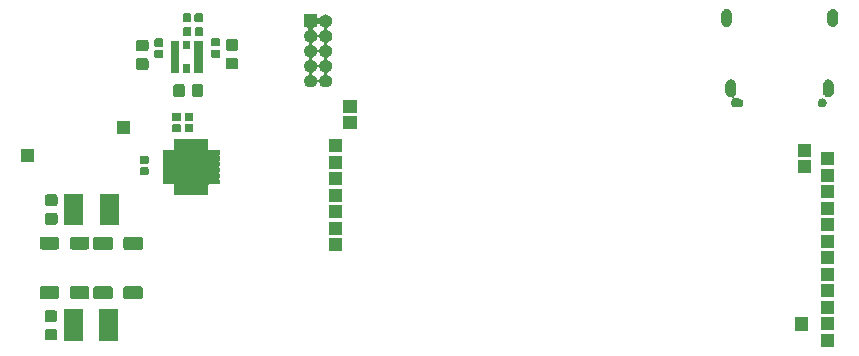
<source format=gbs>
G04 #@! TF.GenerationSoftware,KiCad,Pcbnew,5.1.2-f72e74a~84~ubuntu18.04.1*
G04 #@! TF.CreationDate,2019-06-03T11:10:06+01:00*
G04 #@! TF.ProjectId,HealthMonitor,4865616c-7468-44d6-9f6e-69746f722e6b,rev?*
G04 #@! TF.SameCoordinates,Original*
G04 #@! TF.FileFunction,Soldermask,Bot*
G04 #@! TF.FilePolarity,Negative*
%FSLAX46Y46*%
G04 Gerber Fmt 4.6, Leading zero omitted, Abs format (unit mm)*
G04 Created by KiCad (PCBNEW 5.1.2-f72e74a~84~ubuntu18.04.1) date 2019-06-03 11:10:06*
%MOMM*%
%LPD*%
G04 APERTURE LIST*
%ADD10C,0.100000*%
G04 APERTURE END LIST*
D10*
G36*
X169331000Y-129536000D02*
G01*
X168229000Y-129536000D01*
X168229000Y-128434000D01*
X169331000Y-128434000D01*
X169331000Y-129536000D01*
X169331000Y-129536000D01*
G37*
G36*
X108701000Y-129026000D02*
G01*
X107099000Y-129026000D01*
X107099000Y-126324000D01*
X108701000Y-126324000D01*
X108701000Y-129026000D01*
X108701000Y-129026000D01*
G37*
G36*
X105701000Y-129026000D02*
G01*
X104099000Y-129026000D01*
X104099000Y-126324000D01*
X105701000Y-126324000D01*
X105701000Y-129026000D01*
X105701000Y-129026000D01*
G37*
G36*
X103359591Y-128018085D02*
G01*
X103393569Y-128028393D01*
X103424890Y-128045134D01*
X103452339Y-128067661D01*
X103474866Y-128095110D01*
X103491607Y-128126431D01*
X103501915Y-128160409D01*
X103506000Y-128201890D01*
X103506000Y-128803110D01*
X103501915Y-128844591D01*
X103491607Y-128878569D01*
X103474866Y-128909890D01*
X103452339Y-128937339D01*
X103424890Y-128959866D01*
X103393569Y-128976607D01*
X103359591Y-128986915D01*
X103318110Y-128991000D01*
X102641890Y-128991000D01*
X102600409Y-128986915D01*
X102566431Y-128976607D01*
X102535110Y-128959866D01*
X102507661Y-128937339D01*
X102485134Y-128909890D01*
X102468393Y-128878569D01*
X102458085Y-128844591D01*
X102454000Y-128803110D01*
X102454000Y-128201890D01*
X102458085Y-128160409D01*
X102468393Y-128126431D01*
X102485134Y-128095110D01*
X102507661Y-128067661D01*
X102535110Y-128045134D01*
X102566431Y-128028393D01*
X102600409Y-128018085D01*
X102641890Y-128014000D01*
X103318110Y-128014000D01*
X103359591Y-128018085D01*
X103359591Y-128018085D01*
G37*
G36*
X167071000Y-128146000D02*
G01*
X165969000Y-128146000D01*
X165969000Y-127044000D01*
X167071000Y-127044000D01*
X167071000Y-128146000D01*
X167071000Y-128146000D01*
G37*
G36*
X169331000Y-128136000D02*
G01*
X168229000Y-128136000D01*
X168229000Y-127034000D01*
X169331000Y-127034000D01*
X169331000Y-128136000D01*
X169331000Y-128136000D01*
G37*
G36*
X103359591Y-126443085D02*
G01*
X103393569Y-126453393D01*
X103424890Y-126470134D01*
X103452339Y-126492661D01*
X103474866Y-126520110D01*
X103491607Y-126551431D01*
X103501915Y-126585409D01*
X103506000Y-126626890D01*
X103506000Y-127228110D01*
X103501915Y-127269591D01*
X103491607Y-127303569D01*
X103474866Y-127334890D01*
X103452339Y-127362339D01*
X103424890Y-127384866D01*
X103393569Y-127401607D01*
X103359591Y-127411915D01*
X103318110Y-127416000D01*
X102641890Y-127416000D01*
X102600409Y-127411915D01*
X102566431Y-127401607D01*
X102535110Y-127384866D01*
X102507661Y-127362339D01*
X102485134Y-127334890D01*
X102468393Y-127303569D01*
X102458085Y-127269591D01*
X102454000Y-127228110D01*
X102454000Y-126626890D01*
X102458085Y-126585409D01*
X102468393Y-126551431D01*
X102485134Y-126520110D01*
X102507661Y-126492661D01*
X102535110Y-126470134D01*
X102566431Y-126453393D01*
X102600409Y-126443085D01*
X102641890Y-126439000D01*
X103318110Y-126439000D01*
X103359591Y-126443085D01*
X103359591Y-126443085D01*
G37*
G36*
X169331000Y-126736000D02*
G01*
X168229000Y-126736000D01*
X168229000Y-125634000D01*
X169331000Y-125634000D01*
X169331000Y-126736000D01*
X169331000Y-126736000D01*
G37*
G36*
X108047059Y-124415447D02*
G01*
X108086909Y-124427535D01*
X108123624Y-124447160D01*
X108155811Y-124473575D01*
X108182226Y-124505762D01*
X108201851Y-124542477D01*
X108213939Y-124582327D01*
X108218625Y-124629902D01*
X108218625Y-125293620D01*
X108213939Y-125341195D01*
X108201851Y-125381045D01*
X108182226Y-125417760D01*
X108155811Y-125449947D01*
X108123624Y-125476362D01*
X108086909Y-125495987D01*
X108047059Y-125508075D01*
X107999484Y-125512761D01*
X106785766Y-125512761D01*
X106738191Y-125508075D01*
X106698341Y-125495987D01*
X106661626Y-125476362D01*
X106629439Y-125449947D01*
X106603024Y-125417760D01*
X106583399Y-125381045D01*
X106571311Y-125341195D01*
X106566625Y-125293620D01*
X106566625Y-124629902D01*
X106571311Y-124582327D01*
X106583399Y-124542477D01*
X106603024Y-124505762D01*
X106629439Y-124473575D01*
X106661626Y-124447160D01*
X106698341Y-124427535D01*
X106738191Y-124415447D01*
X106785766Y-124410761D01*
X107999484Y-124410761D01*
X108047059Y-124415447D01*
X108047059Y-124415447D01*
G37*
G36*
X110597059Y-124415447D02*
G01*
X110636909Y-124427535D01*
X110673624Y-124447160D01*
X110705811Y-124473575D01*
X110732226Y-124505762D01*
X110751851Y-124542477D01*
X110763939Y-124582327D01*
X110768625Y-124629902D01*
X110768625Y-125293620D01*
X110763939Y-125341195D01*
X110751851Y-125381045D01*
X110732226Y-125417760D01*
X110705811Y-125449947D01*
X110673624Y-125476362D01*
X110636909Y-125495987D01*
X110597059Y-125508075D01*
X110549484Y-125512761D01*
X109335766Y-125512761D01*
X109288191Y-125508075D01*
X109248341Y-125495987D01*
X109211626Y-125476362D01*
X109179439Y-125449947D01*
X109153024Y-125417760D01*
X109133399Y-125381045D01*
X109121311Y-125341195D01*
X109116625Y-125293620D01*
X109116625Y-124629902D01*
X109121311Y-124582327D01*
X109133399Y-124542477D01*
X109153024Y-124505762D01*
X109179439Y-124473575D01*
X109211626Y-124447160D01*
X109248341Y-124427535D01*
X109288191Y-124415447D01*
X109335766Y-124410761D01*
X110549484Y-124410761D01*
X110597059Y-124415447D01*
X110597059Y-124415447D01*
G37*
G36*
X106069434Y-124393686D02*
G01*
X106109284Y-124405774D01*
X106145999Y-124425399D01*
X106178186Y-124451814D01*
X106204601Y-124484001D01*
X106224226Y-124520716D01*
X106236314Y-124560566D01*
X106241000Y-124608141D01*
X106241000Y-125271859D01*
X106236314Y-125319434D01*
X106224226Y-125359284D01*
X106204601Y-125395999D01*
X106178186Y-125428186D01*
X106145999Y-125454601D01*
X106109284Y-125474226D01*
X106069434Y-125486314D01*
X106021859Y-125491000D01*
X104808141Y-125491000D01*
X104760566Y-125486314D01*
X104720716Y-125474226D01*
X104684001Y-125454601D01*
X104651814Y-125428186D01*
X104625399Y-125395999D01*
X104605774Y-125359284D01*
X104593686Y-125319434D01*
X104589000Y-125271859D01*
X104589000Y-124608141D01*
X104593686Y-124560566D01*
X104605774Y-124520716D01*
X104625399Y-124484001D01*
X104651814Y-124451814D01*
X104684001Y-124425399D01*
X104720716Y-124405774D01*
X104760566Y-124393686D01*
X104808141Y-124389000D01*
X106021859Y-124389000D01*
X106069434Y-124393686D01*
X106069434Y-124393686D01*
G37*
G36*
X103519434Y-124393686D02*
G01*
X103559284Y-124405774D01*
X103595999Y-124425399D01*
X103628186Y-124451814D01*
X103654601Y-124484001D01*
X103674226Y-124520716D01*
X103686314Y-124560566D01*
X103691000Y-124608141D01*
X103691000Y-125271859D01*
X103686314Y-125319434D01*
X103674226Y-125359284D01*
X103654601Y-125395999D01*
X103628186Y-125428186D01*
X103595999Y-125454601D01*
X103559284Y-125474226D01*
X103519434Y-125486314D01*
X103471859Y-125491000D01*
X102258141Y-125491000D01*
X102210566Y-125486314D01*
X102170716Y-125474226D01*
X102134001Y-125454601D01*
X102101814Y-125428186D01*
X102075399Y-125395999D01*
X102055774Y-125359284D01*
X102043686Y-125319434D01*
X102039000Y-125271859D01*
X102039000Y-124608141D01*
X102043686Y-124560566D01*
X102055774Y-124520716D01*
X102075399Y-124484001D01*
X102101814Y-124451814D01*
X102134001Y-124425399D01*
X102170716Y-124405774D01*
X102210566Y-124393686D01*
X102258141Y-124389000D01*
X103471859Y-124389000D01*
X103519434Y-124393686D01*
X103519434Y-124393686D01*
G37*
G36*
X169331000Y-125336000D02*
G01*
X168229000Y-125336000D01*
X168229000Y-124234000D01*
X169331000Y-124234000D01*
X169331000Y-125336000D01*
X169331000Y-125336000D01*
G37*
G36*
X169331000Y-123936000D02*
G01*
X168229000Y-123936000D01*
X168229000Y-122834000D01*
X169331000Y-122834000D01*
X169331000Y-123936000D01*
X169331000Y-123936000D01*
G37*
G36*
X169331000Y-122536000D02*
G01*
X168229000Y-122536000D01*
X168229000Y-121434000D01*
X169331000Y-121434000D01*
X169331000Y-122536000D01*
X169331000Y-122536000D01*
G37*
G36*
X127611000Y-121441000D02*
G01*
X126509000Y-121441000D01*
X126509000Y-120339000D01*
X127611000Y-120339000D01*
X127611000Y-121441000D01*
X127611000Y-121441000D01*
G37*
G36*
X108047059Y-120215447D02*
G01*
X108086909Y-120227535D01*
X108123624Y-120247160D01*
X108155811Y-120273575D01*
X108182226Y-120305762D01*
X108201851Y-120342477D01*
X108213939Y-120382327D01*
X108218625Y-120429902D01*
X108218625Y-121093620D01*
X108213939Y-121141195D01*
X108201851Y-121181045D01*
X108182226Y-121217760D01*
X108155811Y-121249947D01*
X108123624Y-121276362D01*
X108086909Y-121295987D01*
X108047059Y-121308075D01*
X107999484Y-121312761D01*
X106785766Y-121312761D01*
X106738191Y-121308075D01*
X106698341Y-121295987D01*
X106661626Y-121276362D01*
X106629439Y-121249947D01*
X106603024Y-121217760D01*
X106583399Y-121181045D01*
X106571311Y-121141195D01*
X106566625Y-121093620D01*
X106566625Y-120429902D01*
X106571311Y-120382327D01*
X106583399Y-120342477D01*
X106603024Y-120305762D01*
X106629439Y-120273575D01*
X106661626Y-120247160D01*
X106698341Y-120227535D01*
X106738191Y-120215447D01*
X106785766Y-120210761D01*
X107999484Y-120210761D01*
X108047059Y-120215447D01*
X108047059Y-120215447D01*
G37*
G36*
X110597059Y-120215447D02*
G01*
X110636909Y-120227535D01*
X110673624Y-120247160D01*
X110705811Y-120273575D01*
X110732226Y-120305762D01*
X110751851Y-120342477D01*
X110763939Y-120382327D01*
X110768625Y-120429902D01*
X110768625Y-121093620D01*
X110763939Y-121141195D01*
X110751851Y-121181045D01*
X110732226Y-121217760D01*
X110705811Y-121249947D01*
X110673624Y-121276362D01*
X110636909Y-121295987D01*
X110597059Y-121308075D01*
X110549484Y-121312761D01*
X109335766Y-121312761D01*
X109288191Y-121308075D01*
X109248341Y-121295987D01*
X109211626Y-121276362D01*
X109179439Y-121249947D01*
X109153024Y-121217760D01*
X109133399Y-121181045D01*
X109121311Y-121141195D01*
X109116625Y-121093620D01*
X109116625Y-120429902D01*
X109121311Y-120382327D01*
X109133399Y-120342477D01*
X109153024Y-120305762D01*
X109179439Y-120273575D01*
X109211626Y-120247160D01*
X109248341Y-120227535D01*
X109288191Y-120215447D01*
X109335766Y-120210761D01*
X110549484Y-120210761D01*
X110597059Y-120215447D01*
X110597059Y-120215447D01*
G37*
G36*
X106069434Y-120193686D02*
G01*
X106109284Y-120205774D01*
X106145999Y-120225399D01*
X106178186Y-120251814D01*
X106204601Y-120284001D01*
X106224226Y-120320716D01*
X106236314Y-120360566D01*
X106241000Y-120408141D01*
X106241000Y-121071859D01*
X106236314Y-121119434D01*
X106224226Y-121159284D01*
X106204601Y-121195999D01*
X106178186Y-121228186D01*
X106145999Y-121254601D01*
X106109284Y-121274226D01*
X106069434Y-121286314D01*
X106021859Y-121291000D01*
X104808141Y-121291000D01*
X104760566Y-121286314D01*
X104720716Y-121274226D01*
X104684001Y-121254601D01*
X104651814Y-121228186D01*
X104625399Y-121195999D01*
X104605774Y-121159284D01*
X104593686Y-121119434D01*
X104589000Y-121071859D01*
X104589000Y-120408141D01*
X104593686Y-120360566D01*
X104605774Y-120320716D01*
X104625399Y-120284001D01*
X104651814Y-120251814D01*
X104684001Y-120225399D01*
X104720716Y-120205774D01*
X104760566Y-120193686D01*
X104808141Y-120189000D01*
X106021859Y-120189000D01*
X106069434Y-120193686D01*
X106069434Y-120193686D01*
G37*
G36*
X103519434Y-120193686D02*
G01*
X103559284Y-120205774D01*
X103595999Y-120225399D01*
X103628186Y-120251814D01*
X103654601Y-120284001D01*
X103674226Y-120320716D01*
X103686314Y-120360566D01*
X103691000Y-120408141D01*
X103691000Y-121071859D01*
X103686314Y-121119434D01*
X103674226Y-121159284D01*
X103654601Y-121195999D01*
X103628186Y-121228186D01*
X103595999Y-121254601D01*
X103559284Y-121274226D01*
X103519434Y-121286314D01*
X103471859Y-121291000D01*
X102258141Y-121291000D01*
X102210566Y-121286314D01*
X102170716Y-121274226D01*
X102134001Y-121254601D01*
X102101814Y-121228186D01*
X102075399Y-121195999D01*
X102055774Y-121159284D01*
X102043686Y-121119434D01*
X102039000Y-121071859D01*
X102039000Y-120408141D01*
X102043686Y-120360566D01*
X102055774Y-120320716D01*
X102075399Y-120284001D01*
X102101814Y-120251814D01*
X102134001Y-120225399D01*
X102170716Y-120205774D01*
X102210566Y-120193686D01*
X102258141Y-120189000D01*
X103471859Y-120189000D01*
X103519434Y-120193686D01*
X103519434Y-120193686D01*
G37*
G36*
X169331000Y-121136000D02*
G01*
X168229000Y-121136000D01*
X168229000Y-120034000D01*
X169331000Y-120034000D01*
X169331000Y-121136000D01*
X169331000Y-121136000D01*
G37*
G36*
X127611000Y-120041000D02*
G01*
X126509000Y-120041000D01*
X126509000Y-118939000D01*
X127611000Y-118939000D01*
X127611000Y-120041000D01*
X127611000Y-120041000D01*
G37*
G36*
X169331000Y-119736000D02*
G01*
X168229000Y-119736000D01*
X168229000Y-118634000D01*
X169331000Y-118634000D01*
X169331000Y-119736000D01*
X169331000Y-119736000D01*
G37*
G36*
X105721000Y-119251000D02*
G01*
X104119000Y-119251000D01*
X104119000Y-116549000D01*
X105721000Y-116549000D01*
X105721000Y-119251000D01*
X105721000Y-119251000D01*
G37*
G36*
X108721000Y-119251000D02*
G01*
X107119000Y-119251000D01*
X107119000Y-116549000D01*
X108721000Y-116549000D01*
X108721000Y-119251000D01*
X108721000Y-119251000D01*
G37*
G36*
X103399591Y-118203085D02*
G01*
X103433569Y-118213393D01*
X103464890Y-118230134D01*
X103492339Y-118252661D01*
X103514866Y-118280110D01*
X103531607Y-118311431D01*
X103541915Y-118345409D01*
X103546000Y-118386890D01*
X103546000Y-118988110D01*
X103541915Y-119029591D01*
X103531607Y-119063569D01*
X103514866Y-119094890D01*
X103492339Y-119122339D01*
X103464890Y-119144866D01*
X103433569Y-119161607D01*
X103399591Y-119171915D01*
X103358110Y-119176000D01*
X102681890Y-119176000D01*
X102640409Y-119171915D01*
X102606431Y-119161607D01*
X102575110Y-119144866D01*
X102547661Y-119122339D01*
X102525134Y-119094890D01*
X102508393Y-119063569D01*
X102498085Y-119029591D01*
X102494000Y-118988110D01*
X102494000Y-118386890D01*
X102498085Y-118345409D01*
X102508393Y-118311431D01*
X102525134Y-118280110D01*
X102547661Y-118252661D01*
X102575110Y-118230134D01*
X102606431Y-118213393D01*
X102640409Y-118203085D01*
X102681890Y-118199000D01*
X103358110Y-118199000D01*
X103399591Y-118203085D01*
X103399591Y-118203085D01*
G37*
G36*
X127611000Y-118641000D02*
G01*
X126509000Y-118641000D01*
X126509000Y-117539000D01*
X127611000Y-117539000D01*
X127611000Y-118641000D01*
X127611000Y-118641000D01*
G37*
G36*
X169331000Y-118336000D02*
G01*
X168229000Y-118336000D01*
X168229000Y-117234000D01*
X169331000Y-117234000D01*
X169331000Y-118336000D01*
X169331000Y-118336000D01*
G37*
G36*
X103399591Y-116628085D02*
G01*
X103433569Y-116638393D01*
X103464890Y-116655134D01*
X103492339Y-116677661D01*
X103514866Y-116705110D01*
X103531607Y-116736431D01*
X103541915Y-116770409D01*
X103546000Y-116811890D01*
X103546000Y-117413110D01*
X103541915Y-117454591D01*
X103531607Y-117488569D01*
X103514866Y-117519890D01*
X103492339Y-117547339D01*
X103464890Y-117569866D01*
X103433569Y-117586607D01*
X103399591Y-117596915D01*
X103358110Y-117601000D01*
X102681890Y-117601000D01*
X102640409Y-117596915D01*
X102606431Y-117586607D01*
X102575110Y-117569866D01*
X102547661Y-117547339D01*
X102525134Y-117519890D01*
X102508393Y-117488569D01*
X102498085Y-117454591D01*
X102494000Y-117413110D01*
X102494000Y-116811890D01*
X102498085Y-116770409D01*
X102508393Y-116736431D01*
X102525134Y-116705110D01*
X102547661Y-116677661D01*
X102575110Y-116655134D01*
X102606431Y-116638393D01*
X102640409Y-116628085D01*
X102681890Y-116624000D01*
X103358110Y-116624000D01*
X103399591Y-116628085D01*
X103399591Y-116628085D01*
G37*
G36*
X127611000Y-117241000D02*
G01*
X126509000Y-117241000D01*
X126509000Y-116139000D01*
X127611000Y-116139000D01*
X127611000Y-117241000D01*
X127611000Y-117241000D01*
G37*
G36*
X169331000Y-116936000D02*
G01*
X168229000Y-116936000D01*
X168229000Y-115834000D01*
X169331000Y-115834000D01*
X169331000Y-116936000D01*
X169331000Y-116936000D01*
G37*
G36*
X113780356Y-111914002D02*
G01*
X113785030Y-111915420D01*
X113789331Y-111917719D01*
X113795703Y-111922948D01*
X113816077Y-111936562D01*
X113838716Y-111945939D01*
X113862750Y-111950719D01*
X113887254Y-111950719D01*
X113911287Y-111945938D01*
X113933926Y-111936561D01*
X113954299Y-111922948D01*
X113960671Y-111917719D01*
X113964972Y-111915420D01*
X113969646Y-111914002D01*
X113980642Y-111912919D01*
X114269360Y-111912919D01*
X114280356Y-111914002D01*
X114285030Y-111915420D01*
X114289331Y-111917719D01*
X114295703Y-111922948D01*
X114316077Y-111936562D01*
X114338716Y-111945939D01*
X114362750Y-111950719D01*
X114387254Y-111950719D01*
X114411287Y-111945938D01*
X114433926Y-111936561D01*
X114454299Y-111922948D01*
X114460671Y-111917719D01*
X114464972Y-111915420D01*
X114469646Y-111914002D01*
X114480642Y-111912919D01*
X114769360Y-111912919D01*
X114780356Y-111914002D01*
X114785030Y-111915420D01*
X114789331Y-111917719D01*
X114795703Y-111922948D01*
X114816077Y-111936562D01*
X114838716Y-111945939D01*
X114862750Y-111950719D01*
X114887254Y-111950719D01*
X114911287Y-111945938D01*
X114933926Y-111936561D01*
X114954299Y-111922948D01*
X114960671Y-111917719D01*
X114964972Y-111915420D01*
X114969646Y-111914002D01*
X114980642Y-111912919D01*
X115269360Y-111912919D01*
X115280356Y-111914002D01*
X115285030Y-111915420D01*
X115289331Y-111917719D01*
X115295703Y-111922948D01*
X115316077Y-111936562D01*
X115338716Y-111945939D01*
X115362750Y-111950719D01*
X115387254Y-111950719D01*
X115411287Y-111945938D01*
X115433926Y-111936561D01*
X115454299Y-111922948D01*
X115460671Y-111917719D01*
X115464972Y-111915420D01*
X115469646Y-111914002D01*
X115480642Y-111912919D01*
X115769360Y-111912919D01*
X115780356Y-111914002D01*
X115785030Y-111915420D01*
X115789331Y-111917719D01*
X115795703Y-111922948D01*
X115816077Y-111936562D01*
X115838716Y-111945939D01*
X115862750Y-111950719D01*
X115887254Y-111950719D01*
X115911287Y-111945938D01*
X115933926Y-111936561D01*
X115954299Y-111922948D01*
X115960671Y-111917719D01*
X115964972Y-111915420D01*
X115969646Y-111914002D01*
X115980642Y-111912919D01*
X116269360Y-111912919D01*
X116280356Y-111914002D01*
X116285030Y-111915420D01*
X116289332Y-111917719D01*
X116293105Y-111920815D01*
X116296201Y-111924588D01*
X116298500Y-111928890D01*
X116299918Y-111933564D01*
X116301001Y-111944560D01*
X116301001Y-112762920D01*
X116303403Y-112787306D01*
X116310516Y-112810755D01*
X116322067Y-112832366D01*
X116337612Y-112851308D01*
X116356554Y-112866853D01*
X116378165Y-112878404D01*
X116401614Y-112885517D01*
X116426000Y-112887919D01*
X117244360Y-112887919D01*
X117255356Y-112889002D01*
X117260030Y-112890420D01*
X117264332Y-112892719D01*
X117268105Y-112895815D01*
X117271201Y-112899588D01*
X117273500Y-112903890D01*
X117274918Y-112908564D01*
X117276001Y-112919560D01*
X117276001Y-113208278D01*
X117274918Y-113219274D01*
X117273500Y-113223948D01*
X117271201Y-113228249D01*
X117265972Y-113234621D01*
X117252358Y-113254995D01*
X117242981Y-113277634D01*
X117238201Y-113301668D01*
X117238201Y-113326172D01*
X117242982Y-113350205D01*
X117252359Y-113372844D01*
X117265972Y-113393217D01*
X117271201Y-113399589D01*
X117273500Y-113403890D01*
X117274918Y-113408564D01*
X117276001Y-113419560D01*
X117276001Y-113708278D01*
X117274918Y-113719274D01*
X117273500Y-113723948D01*
X117271201Y-113728249D01*
X117265972Y-113734621D01*
X117252358Y-113754995D01*
X117242981Y-113777634D01*
X117238201Y-113801668D01*
X117238201Y-113826172D01*
X117242982Y-113850205D01*
X117252359Y-113872844D01*
X117265972Y-113893217D01*
X117271201Y-113899589D01*
X117273500Y-113903890D01*
X117274918Y-113908564D01*
X117276001Y-113919560D01*
X117276001Y-114208278D01*
X117274918Y-114219274D01*
X117273500Y-114223948D01*
X117271201Y-114228249D01*
X117265972Y-114234621D01*
X117252358Y-114254995D01*
X117242981Y-114277634D01*
X117238201Y-114301668D01*
X117238201Y-114326172D01*
X117242982Y-114350205D01*
X117252359Y-114372844D01*
X117265972Y-114393217D01*
X117271201Y-114399589D01*
X117273500Y-114403890D01*
X117274918Y-114408564D01*
X117276001Y-114419560D01*
X117276001Y-114708278D01*
X117274918Y-114719274D01*
X117273500Y-114723948D01*
X117271201Y-114728249D01*
X117265972Y-114734621D01*
X117252358Y-114754995D01*
X117242981Y-114777634D01*
X117238201Y-114801668D01*
X117238201Y-114826172D01*
X117242982Y-114850205D01*
X117252359Y-114872844D01*
X117265972Y-114893217D01*
X117271201Y-114899589D01*
X117273500Y-114903890D01*
X117274918Y-114908564D01*
X117276001Y-114919560D01*
X117276001Y-115208278D01*
X117274918Y-115219274D01*
X117273500Y-115223948D01*
X117271201Y-115228249D01*
X117265972Y-115234621D01*
X117252358Y-115254995D01*
X117242981Y-115277634D01*
X117238201Y-115301668D01*
X117238201Y-115326172D01*
X117242982Y-115350205D01*
X117252359Y-115372844D01*
X117265972Y-115393217D01*
X117271201Y-115399589D01*
X117273500Y-115403890D01*
X117274918Y-115408564D01*
X117276001Y-115419560D01*
X117276001Y-115708278D01*
X117274918Y-115719274D01*
X117273500Y-115723948D01*
X117271201Y-115728250D01*
X117268105Y-115732023D01*
X117264332Y-115735119D01*
X117260030Y-115737418D01*
X117255356Y-115738836D01*
X117244360Y-115739919D01*
X116426000Y-115739919D01*
X116401614Y-115742321D01*
X116378165Y-115749434D01*
X116356554Y-115760985D01*
X116337612Y-115776530D01*
X116322067Y-115795472D01*
X116310516Y-115817083D01*
X116303403Y-115840532D01*
X116301001Y-115864918D01*
X116301001Y-116683278D01*
X116299918Y-116694274D01*
X116298500Y-116698948D01*
X116296201Y-116703250D01*
X116293105Y-116707023D01*
X116289332Y-116710119D01*
X116285030Y-116712418D01*
X116280356Y-116713836D01*
X116269360Y-116714919D01*
X115980642Y-116714919D01*
X115969646Y-116713836D01*
X115964972Y-116712418D01*
X115960671Y-116710119D01*
X115954299Y-116704890D01*
X115933925Y-116691276D01*
X115911286Y-116681899D01*
X115887252Y-116677119D01*
X115862748Y-116677119D01*
X115838715Y-116681900D01*
X115816076Y-116691277D01*
X115795703Y-116704890D01*
X115789331Y-116710119D01*
X115785030Y-116712418D01*
X115780356Y-116713836D01*
X115769360Y-116714919D01*
X115480642Y-116714919D01*
X115469646Y-116713836D01*
X115464972Y-116712418D01*
X115460671Y-116710119D01*
X115454299Y-116704890D01*
X115433925Y-116691276D01*
X115411286Y-116681899D01*
X115387252Y-116677119D01*
X115362748Y-116677119D01*
X115338715Y-116681900D01*
X115316076Y-116691277D01*
X115295703Y-116704890D01*
X115289331Y-116710119D01*
X115285030Y-116712418D01*
X115280356Y-116713836D01*
X115269360Y-116714919D01*
X114980642Y-116714919D01*
X114969646Y-116713836D01*
X114964972Y-116712418D01*
X114960671Y-116710119D01*
X114954299Y-116704890D01*
X114933925Y-116691276D01*
X114911286Y-116681899D01*
X114887252Y-116677119D01*
X114862748Y-116677119D01*
X114838715Y-116681900D01*
X114816076Y-116691277D01*
X114795703Y-116704890D01*
X114789331Y-116710119D01*
X114785030Y-116712418D01*
X114780356Y-116713836D01*
X114769360Y-116714919D01*
X114480642Y-116714919D01*
X114469646Y-116713836D01*
X114464972Y-116712418D01*
X114460671Y-116710119D01*
X114454299Y-116704890D01*
X114433925Y-116691276D01*
X114411286Y-116681899D01*
X114387252Y-116677119D01*
X114362748Y-116677119D01*
X114338715Y-116681900D01*
X114316076Y-116691277D01*
X114295703Y-116704890D01*
X114289331Y-116710119D01*
X114285030Y-116712418D01*
X114280356Y-116713836D01*
X114269360Y-116714919D01*
X113980642Y-116714919D01*
X113969646Y-116713836D01*
X113964972Y-116712418D01*
X113960671Y-116710119D01*
X113954299Y-116704890D01*
X113933925Y-116691276D01*
X113911286Y-116681899D01*
X113887252Y-116677119D01*
X113862748Y-116677119D01*
X113838715Y-116681900D01*
X113816076Y-116691277D01*
X113795703Y-116704890D01*
X113789331Y-116710119D01*
X113785030Y-116712418D01*
X113780356Y-116713836D01*
X113769360Y-116714919D01*
X113480642Y-116714919D01*
X113469646Y-116713836D01*
X113464972Y-116712418D01*
X113460670Y-116710119D01*
X113456897Y-116707023D01*
X113453801Y-116703250D01*
X113451502Y-116698948D01*
X113450084Y-116694274D01*
X113449001Y-116683278D01*
X113449001Y-115864918D01*
X113446599Y-115840532D01*
X113439486Y-115817083D01*
X113427935Y-115795472D01*
X113412390Y-115776530D01*
X113393448Y-115760985D01*
X113371837Y-115749434D01*
X113348388Y-115742321D01*
X113324002Y-115739919D01*
X112505642Y-115739919D01*
X112494646Y-115738836D01*
X112489972Y-115737418D01*
X112485670Y-115735119D01*
X112481897Y-115732023D01*
X112478801Y-115728250D01*
X112476502Y-115723948D01*
X112475084Y-115719274D01*
X112474001Y-115708278D01*
X112474001Y-115419560D01*
X112475084Y-115408564D01*
X112476502Y-115403890D01*
X112478801Y-115399589D01*
X112484030Y-115393217D01*
X112497644Y-115372843D01*
X112507021Y-115350204D01*
X112511801Y-115326170D01*
X112511801Y-115301666D01*
X112507020Y-115277633D01*
X112497643Y-115254994D01*
X112484030Y-115234621D01*
X112478801Y-115228249D01*
X112476502Y-115223948D01*
X112475084Y-115219274D01*
X112474001Y-115208278D01*
X112474001Y-114919560D01*
X112475084Y-114908564D01*
X112476502Y-114903890D01*
X112478801Y-114899589D01*
X112484030Y-114893217D01*
X112497644Y-114872843D01*
X112507021Y-114850204D01*
X112511801Y-114826170D01*
X112511801Y-114801666D01*
X112507020Y-114777633D01*
X112497643Y-114754994D01*
X112484030Y-114734621D01*
X112478801Y-114728249D01*
X112476502Y-114723948D01*
X112475084Y-114719274D01*
X112474001Y-114708278D01*
X112474001Y-114419560D01*
X112475084Y-114408564D01*
X112476502Y-114403890D01*
X112478801Y-114399589D01*
X112484030Y-114393217D01*
X112497644Y-114372843D01*
X112507021Y-114350204D01*
X112511801Y-114326170D01*
X112511801Y-114301666D01*
X112507020Y-114277633D01*
X112497643Y-114254994D01*
X112484030Y-114234621D01*
X112478801Y-114228249D01*
X112476502Y-114223948D01*
X112475084Y-114219274D01*
X112474001Y-114208278D01*
X112474001Y-113919560D01*
X112475084Y-113908564D01*
X112476502Y-113903890D01*
X112478801Y-113899589D01*
X112484030Y-113893217D01*
X112497644Y-113872843D01*
X112507021Y-113850204D01*
X112511801Y-113826170D01*
X112511801Y-113801666D01*
X112507020Y-113777633D01*
X112497643Y-113754994D01*
X112484030Y-113734621D01*
X112478801Y-113728249D01*
X112476502Y-113723948D01*
X112475084Y-113719274D01*
X112474001Y-113708278D01*
X112474001Y-113419560D01*
X112475084Y-113408564D01*
X112476502Y-113403890D01*
X112478801Y-113399589D01*
X112484030Y-113393217D01*
X112497644Y-113372843D01*
X112507021Y-113350204D01*
X112511801Y-113326170D01*
X112511801Y-113301666D01*
X112507020Y-113277633D01*
X112497643Y-113254994D01*
X112484030Y-113234621D01*
X112478801Y-113228249D01*
X112476502Y-113223948D01*
X112475084Y-113219274D01*
X112474001Y-113208278D01*
X112474001Y-112919560D01*
X112475084Y-112908564D01*
X112476502Y-112903890D01*
X112478801Y-112899588D01*
X112481897Y-112895815D01*
X112485670Y-112892719D01*
X112489972Y-112890420D01*
X112494646Y-112889002D01*
X112505642Y-112887919D01*
X113324002Y-112887919D01*
X113348388Y-112885517D01*
X113371837Y-112878404D01*
X113393448Y-112866853D01*
X113412390Y-112851308D01*
X113427935Y-112832366D01*
X113439486Y-112810755D01*
X113446599Y-112787306D01*
X113449001Y-112762920D01*
X113449001Y-111944560D01*
X113450084Y-111933564D01*
X113451502Y-111928890D01*
X113453801Y-111924588D01*
X113456897Y-111920815D01*
X113460670Y-111917719D01*
X113464972Y-111915420D01*
X113469646Y-111914002D01*
X113480642Y-111912919D01*
X113769360Y-111912919D01*
X113780356Y-111914002D01*
X113780356Y-111914002D01*
G37*
G36*
X127611000Y-115841000D02*
G01*
X126509000Y-115841000D01*
X126509000Y-114739000D01*
X127611000Y-114739000D01*
X127611000Y-115841000D01*
X127611000Y-115841000D01*
G37*
G36*
X169331000Y-115536000D02*
G01*
X168229000Y-115536000D01*
X168229000Y-114434000D01*
X169331000Y-114434000D01*
X169331000Y-115536000D01*
X169331000Y-115536000D01*
G37*
G36*
X111161938Y-114331716D02*
G01*
X111182557Y-114337971D01*
X111201553Y-114348124D01*
X111218208Y-114361792D01*
X111231876Y-114378447D01*
X111242029Y-114397443D01*
X111248284Y-114418062D01*
X111251000Y-114445640D01*
X111251000Y-114904360D01*
X111248284Y-114931938D01*
X111242029Y-114952557D01*
X111231876Y-114971553D01*
X111218208Y-114988208D01*
X111201553Y-115001876D01*
X111182557Y-115012029D01*
X111161938Y-115018284D01*
X111134360Y-115021000D01*
X110625640Y-115021000D01*
X110598062Y-115018284D01*
X110577443Y-115012029D01*
X110558447Y-115001876D01*
X110541792Y-114988208D01*
X110528124Y-114971553D01*
X110517971Y-114952557D01*
X110511716Y-114931938D01*
X110509000Y-114904360D01*
X110509000Y-114445640D01*
X110511716Y-114418062D01*
X110517971Y-114397443D01*
X110528124Y-114378447D01*
X110541792Y-114361792D01*
X110558447Y-114348124D01*
X110577443Y-114337971D01*
X110598062Y-114331716D01*
X110625640Y-114329000D01*
X111134360Y-114329000D01*
X111161938Y-114331716D01*
X111161938Y-114331716D01*
G37*
G36*
X167381000Y-114836000D02*
G01*
X166279000Y-114836000D01*
X166279000Y-113734000D01*
X167381000Y-113734000D01*
X167381000Y-114836000D01*
X167381000Y-114836000D01*
G37*
G36*
X127611000Y-114441000D02*
G01*
X126509000Y-114441000D01*
X126509000Y-113339000D01*
X127611000Y-113339000D01*
X127611000Y-114441000D01*
X127611000Y-114441000D01*
G37*
G36*
X169331000Y-114136000D02*
G01*
X168229000Y-114136000D01*
X168229000Y-113034000D01*
X169331000Y-113034000D01*
X169331000Y-114136000D01*
X169331000Y-114136000D01*
G37*
G36*
X111161938Y-113361716D02*
G01*
X111182557Y-113367971D01*
X111201553Y-113378124D01*
X111218208Y-113391792D01*
X111231876Y-113408447D01*
X111242029Y-113427443D01*
X111248284Y-113448062D01*
X111251000Y-113475640D01*
X111251000Y-113934360D01*
X111248284Y-113961938D01*
X111242029Y-113982557D01*
X111231876Y-114001553D01*
X111218208Y-114018208D01*
X111201553Y-114031876D01*
X111182557Y-114042029D01*
X111161938Y-114048284D01*
X111134360Y-114051000D01*
X110625640Y-114051000D01*
X110598062Y-114048284D01*
X110577443Y-114042029D01*
X110558447Y-114031876D01*
X110541792Y-114018208D01*
X110528124Y-114001553D01*
X110517971Y-113982557D01*
X110511716Y-113961938D01*
X110509000Y-113934360D01*
X110509000Y-113475640D01*
X110511716Y-113448062D01*
X110517971Y-113427443D01*
X110528124Y-113408447D01*
X110541792Y-113391792D01*
X110558447Y-113378124D01*
X110577443Y-113367971D01*
X110598062Y-113361716D01*
X110625640Y-113359000D01*
X111134360Y-113359000D01*
X111161938Y-113361716D01*
X111161938Y-113361716D01*
G37*
G36*
X101561000Y-113861000D02*
G01*
X100459000Y-113861000D01*
X100459000Y-112759000D01*
X101561000Y-112759000D01*
X101561000Y-113861000D01*
X101561000Y-113861000D01*
G37*
G36*
X167381000Y-113436000D02*
G01*
X166279000Y-113436000D01*
X166279000Y-112334000D01*
X167381000Y-112334000D01*
X167381000Y-113436000D01*
X167381000Y-113436000D01*
G37*
G36*
X127611000Y-113041000D02*
G01*
X126509000Y-113041000D01*
X126509000Y-111939000D01*
X127611000Y-111939000D01*
X127611000Y-113041000D01*
X127611000Y-113041000D01*
G37*
G36*
X109651000Y-111481000D02*
G01*
X108549000Y-111481000D01*
X108549000Y-110379000D01*
X109651000Y-110379000D01*
X109651000Y-111481000D01*
X109651000Y-111481000D01*
G37*
G36*
X114961938Y-110690636D02*
G01*
X114982557Y-110696891D01*
X115001553Y-110707044D01*
X115018208Y-110720712D01*
X115031876Y-110737367D01*
X115042029Y-110756363D01*
X115048284Y-110776982D01*
X115051000Y-110804560D01*
X115051000Y-111263280D01*
X115048284Y-111290858D01*
X115042029Y-111311477D01*
X115031876Y-111330473D01*
X115018208Y-111347128D01*
X115001553Y-111360796D01*
X114982557Y-111370949D01*
X114961938Y-111377204D01*
X114934360Y-111379920D01*
X114425640Y-111379920D01*
X114398062Y-111377204D01*
X114377443Y-111370949D01*
X114358447Y-111360796D01*
X114341792Y-111347128D01*
X114328124Y-111330473D01*
X114317971Y-111311477D01*
X114311716Y-111290858D01*
X114309000Y-111263280D01*
X114309000Y-110804560D01*
X114311716Y-110776982D01*
X114317971Y-110756363D01*
X114328124Y-110737367D01*
X114341792Y-110720712D01*
X114358447Y-110707044D01*
X114377443Y-110696891D01*
X114398062Y-110690636D01*
X114425640Y-110687920D01*
X114934360Y-110687920D01*
X114961938Y-110690636D01*
X114961938Y-110690636D01*
G37*
G36*
X113911938Y-110690636D02*
G01*
X113932557Y-110696891D01*
X113951553Y-110707044D01*
X113968208Y-110720712D01*
X113981876Y-110737367D01*
X113992029Y-110756363D01*
X113998284Y-110776982D01*
X114001000Y-110804560D01*
X114001000Y-111263280D01*
X113998284Y-111290858D01*
X113992029Y-111311477D01*
X113981876Y-111330473D01*
X113968208Y-111347128D01*
X113951553Y-111360796D01*
X113932557Y-111370949D01*
X113911938Y-111377204D01*
X113884360Y-111379920D01*
X113375640Y-111379920D01*
X113348062Y-111377204D01*
X113327443Y-111370949D01*
X113308447Y-111360796D01*
X113291792Y-111347128D01*
X113278124Y-111330473D01*
X113267971Y-111311477D01*
X113261716Y-111290858D01*
X113259000Y-111263280D01*
X113259000Y-110804560D01*
X113261716Y-110776982D01*
X113267971Y-110756363D01*
X113278124Y-110737367D01*
X113291792Y-110720712D01*
X113308447Y-110707044D01*
X113327443Y-110696891D01*
X113348062Y-110690636D01*
X113375640Y-110687920D01*
X113884360Y-110687920D01*
X113911938Y-110690636D01*
X113911938Y-110690636D01*
G37*
G36*
X128861000Y-111101000D02*
G01*
X127759000Y-111101000D01*
X127759000Y-109999000D01*
X128861000Y-109999000D01*
X128861000Y-111101000D01*
X128861000Y-111101000D01*
G37*
G36*
X114961938Y-109720636D02*
G01*
X114982557Y-109726891D01*
X115001553Y-109737044D01*
X115018208Y-109750712D01*
X115031876Y-109767367D01*
X115042029Y-109786363D01*
X115048284Y-109806982D01*
X115051000Y-109834560D01*
X115051000Y-110293280D01*
X115048284Y-110320858D01*
X115042029Y-110341477D01*
X115031876Y-110360473D01*
X115018208Y-110377128D01*
X115001553Y-110390796D01*
X114982557Y-110400949D01*
X114961938Y-110407204D01*
X114934360Y-110409920D01*
X114425640Y-110409920D01*
X114398062Y-110407204D01*
X114377443Y-110400949D01*
X114358447Y-110390796D01*
X114341792Y-110377128D01*
X114328124Y-110360473D01*
X114317971Y-110341477D01*
X114311716Y-110320858D01*
X114309000Y-110293280D01*
X114309000Y-109834560D01*
X114311716Y-109806982D01*
X114317971Y-109786363D01*
X114328124Y-109767367D01*
X114341792Y-109750712D01*
X114358447Y-109737044D01*
X114377443Y-109726891D01*
X114398062Y-109720636D01*
X114425640Y-109717920D01*
X114934360Y-109717920D01*
X114961938Y-109720636D01*
X114961938Y-109720636D01*
G37*
G36*
X113911938Y-109720636D02*
G01*
X113932557Y-109726891D01*
X113951553Y-109737044D01*
X113968208Y-109750712D01*
X113981876Y-109767367D01*
X113992029Y-109786363D01*
X113998284Y-109806982D01*
X114001000Y-109834560D01*
X114001000Y-110293280D01*
X113998284Y-110320858D01*
X113992029Y-110341477D01*
X113981876Y-110360473D01*
X113968208Y-110377128D01*
X113951553Y-110390796D01*
X113932557Y-110400949D01*
X113911938Y-110407204D01*
X113884360Y-110409920D01*
X113375640Y-110409920D01*
X113348062Y-110407204D01*
X113327443Y-110400949D01*
X113308447Y-110390796D01*
X113291792Y-110377128D01*
X113278124Y-110360473D01*
X113267971Y-110341477D01*
X113261716Y-110320858D01*
X113259000Y-110293280D01*
X113259000Y-109834560D01*
X113261716Y-109806982D01*
X113267971Y-109786363D01*
X113278124Y-109767367D01*
X113291792Y-109750712D01*
X113308447Y-109737044D01*
X113327443Y-109726891D01*
X113348062Y-109720636D01*
X113375640Y-109717920D01*
X113884360Y-109717920D01*
X113911938Y-109720636D01*
X113911938Y-109720636D01*
G37*
G36*
X128861000Y-109701000D02*
G01*
X127759000Y-109701000D01*
X127759000Y-108599000D01*
X128861000Y-108599000D01*
X128861000Y-109701000D01*
X128861000Y-109701000D01*
G37*
G36*
X160638410Y-106880525D02*
G01*
X160723426Y-106906314D01*
X160801775Y-106948193D01*
X160870449Y-107004551D01*
X160926807Y-107073225D01*
X160968686Y-107151574D01*
X160994475Y-107236590D01*
X161001000Y-107302842D01*
X161001000Y-107947158D01*
X160994475Y-108013410D01*
X160968686Y-108098426D01*
X160926807Y-108176775D01*
X160870449Y-108245448D01*
X160831546Y-108277374D01*
X160814219Y-108294701D01*
X160800605Y-108315075D01*
X160791227Y-108337714D01*
X160786446Y-108361747D01*
X160786446Y-108386251D01*
X160791226Y-108410285D01*
X160800603Y-108432924D01*
X160814216Y-108453298D01*
X160831543Y-108470625D01*
X160851917Y-108484239D01*
X160874556Y-108493617D01*
X160898589Y-108498398D01*
X160910843Y-108499000D01*
X161248472Y-108499000D01*
X161303710Y-108504440D01*
X161374585Y-108525940D01*
X161439904Y-108560854D01*
X161497159Y-108607841D01*
X161544146Y-108665096D01*
X161579060Y-108730415D01*
X161600560Y-108801290D01*
X161607819Y-108875000D01*
X161600560Y-108948710D01*
X161579060Y-109019585D01*
X161544146Y-109084904D01*
X161497159Y-109142159D01*
X161439904Y-109189146D01*
X161374585Y-109224060D01*
X161303710Y-109245560D01*
X161248472Y-109251000D01*
X160911528Y-109251000D01*
X160856290Y-109245560D01*
X160785415Y-109224060D01*
X160720096Y-109189146D01*
X160662841Y-109142159D01*
X160615854Y-109084904D01*
X160580940Y-109019585D01*
X160559440Y-108948710D01*
X160552181Y-108875000D01*
X160559440Y-108801290D01*
X160580940Y-108730415D01*
X160615854Y-108665096D01*
X160662841Y-108607842D01*
X160677703Y-108595645D01*
X160695030Y-108578318D01*
X160708644Y-108557944D01*
X160718021Y-108535305D01*
X160722802Y-108511272D01*
X160722802Y-108486768D01*
X160718022Y-108462735D01*
X160708645Y-108440096D01*
X160695031Y-108419721D01*
X160677704Y-108402394D01*
X160657330Y-108388780D01*
X160634691Y-108379403D01*
X160610658Y-108374622D01*
X160586154Y-108374622D01*
X160550001Y-108378182D01*
X160550000Y-108378182D01*
X160541293Y-108377324D01*
X160461590Y-108369475D01*
X160376574Y-108343686D01*
X160298225Y-108301807D01*
X160229552Y-108245449D01*
X160173193Y-108176774D01*
X160131314Y-108098425D01*
X160105525Y-108013409D01*
X160099000Y-107947157D01*
X160099000Y-107302842D01*
X160105525Y-107236590D01*
X160131313Y-107151577D01*
X160173195Y-107073224D01*
X160229552Y-107004551D01*
X160298226Y-106948193D01*
X160376575Y-106906314D01*
X160461591Y-106880525D01*
X160550000Y-106871818D01*
X160638410Y-106880525D01*
X160638410Y-106880525D01*
G37*
G36*
X168389672Y-108513449D02*
G01*
X168389674Y-108513450D01*
X168389675Y-108513450D01*
X168458103Y-108541793D01*
X168519686Y-108582942D01*
X168572058Y-108635314D01*
X168613207Y-108696897D01*
X168627090Y-108730415D01*
X168641551Y-108765328D01*
X168656000Y-108837966D01*
X168656000Y-108912034D01*
X168648705Y-108948709D01*
X168641550Y-108984675D01*
X168613207Y-109053103D01*
X168572058Y-109114686D01*
X168519686Y-109167058D01*
X168458103Y-109208207D01*
X168389675Y-109236550D01*
X168389674Y-109236550D01*
X168389672Y-109236551D01*
X168317034Y-109251000D01*
X168242966Y-109251000D01*
X168170328Y-109236551D01*
X168170326Y-109236550D01*
X168170325Y-109236550D01*
X168101897Y-109208207D01*
X168040314Y-109167058D01*
X167987942Y-109114686D01*
X167946793Y-109053103D01*
X167918450Y-108984675D01*
X167911296Y-108948709D01*
X167904000Y-108912034D01*
X167904000Y-108837966D01*
X167918449Y-108765328D01*
X167932910Y-108730415D01*
X167946793Y-108696897D01*
X167987942Y-108635314D01*
X168040314Y-108582942D01*
X168101897Y-108541793D01*
X168170325Y-108513450D01*
X168170326Y-108513450D01*
X168170328Y-108513449D01*
X168242966Y-108499000D01*
X168317034Y-108499000D01*
X168389672Y-108513449D01*
X168389672Y-108513449D01*
G37*
G36*
X168898410Y-106880525D02*
G01*
X168983426Y-106906314D01*
X169061775Y-106948193D01*
X169130449Y-107004551D01*
X169186807Y-107073225D01*
X169228686Y-107151574D01*
X169254475Y-107236590D01*
X169261000Y-107302842D01*
X169261000Y-107947158D01*
X169254475Y-108013410D01*
X169228686Y-108098426D01*
X169186807Y-108176775D01*
X169130449Y-108245448D01*
X169061774Y-108301807D01*
X168983425Y-108343686D01*
X168898409Y-108369475D01*
X168810000Y-108378182D01*
X168721590Y-108369475D01*
X168636574Y-108343686D01*
X168558225Y-108301807D01*
X168489552Y-108245449D01*
X168433193Y-108176774D01*
X168391314Y-108098425D01*
X168365525Y-108013409D01*
X168359000Y-107947157D01*
X168359000Y-107302842D01*
X168365525Y-107236590D01*
X168391313Y-107151577D01*
X168433195Y-107073224D01*
X168489552Y-107004551D01*
X168558226Y-106948193D01*
X168636575Y-106906314D01*
X168721591Y-106880525D01*
X168810000Y-106871818D01*
X168898410Y-106880525D01*
X168898410Y-106880525D01*
G37*
G36*
X114180789Y-107302294D02*
G01*
X114214767Y-107312602D01*
X114246088Y-107329343D01*
X114273537Y-107351870D01*
X114296064Y-107379319D01*
X114312805Y-107410640D01*
X114323113Y-107444618D01*
X114327198Y-107486099D01*
X114327198Y-108162319D01*
X114323113Y-108203800D01*
X114312805Y-108237778D01*
X114296064Y-108269099D01*
X114273537Y-108296548D01*
X114246088Y-108319075D01*
X114214767Y-108335816D01*
X114180789Y-108346124D01*
X114139308Y-108350209D01*
X113538088Y-108350209D01*
X113496607Y-108346124D01*
X113462629Y-108335816D01*
X113431308Y-108319075D01*
X113403859Y-108296548D01*
X113381332Y-108269099D01*
X113364591Y-108237778D01*
X113354283Y-108203800D01*
X113350198Y-108162319D01*
X113350198Y-107486099D01*
X113354283Y-107444618D01*
X113364591Y-107410640D01*
X113381332Y-107379319D01*
X113403859Y-107351870D01*
X113431308Y-107329343D01*
X113462629Y-107312602D01*
X113496607Y-107302294D01*
X113538088Y-107298209D01*
X114139308Y-107298209D01*
X114180789Y-107302294D01*
X114180789Y-107302294D01*
G37*
G36*
X115755789Y-107302294D02*
G01*
X115789767Y-107312602D01*
X115821088Y-107329343D01*
X115848537Y-107351870D01*
X115871064Y-107379319D01*
X115887805Y-107410640D01*
X115898113Y-107444618D01*
X115902198Y-107486099D01*
X115902198Y-108162319D01*
X115898113Y-108203800D01*
X115887805Y-108237778D01*
X115871064Y-108269099D01*
X115848537Y-108296548D01*
X115821088Y-108319075D01*
X115789767Y-108335816D01*
X115755789Y-108346124D01*
X115714308Y-108350209D01*
X115113088Y-108350209D01*
X115071607Y-108346124D01*
X115037629Y-108335816D01*
X115006308Y-108319075D01*
X114978859Y-108296548D01*
X114956332Y-108269099D01*
X114939591Y-108237778D01*
X114929283Y-108203800D01*
X114925198Y-108162319D01*
X114925198Y-107486099D01*
X114929283Y-107444618D01*
X114939591Y-107410640D01*
X114956332Y-107379319D01*
X114978859Y-107351870D01*
X115006308Y-107329343D01*
X115037629Y-107312602D01*
X115071607Y-107302294D01*
X115113088Y-107298209D01*
X115714308Y-107298209D01*
X115755789Y-107302294D01*
X115755789Y-107302294D01*
G37*
G36*
X125531000Y-101617265D02*
G01*
X125533402Y-101641651D01*
X125540515Y-101665100D01*
X125552066Y-101686711D01*
X125567611Y-101705653D01*
X125586553Y-101721198D01*
X125608164Y-101732749D01*
X125631613Y-101739862D01*
X125655999Y-101742264D01*
X125680385Y-101739862D01*
X125703834Y-101732749D01*
X125725445Y-101721198D01*
X125744387Y-101705653D01*
X125759932Y-101686711D01*
X125766233Y-101676198D01*
X125789644Y-101632400D01*
X125858499Y-101548499D01*
X125942400Y-101479643D01*
X126011969Y-101442458D01*
X126038121Y-101428479D01*
X126141985Y-101396973D01*
X126222933Y-101389000D01*
X126277067Y-101389000D01*
X126358015Y-101396973D01*
X126461879Y-101428479D01*
X126488031Y-101442458D01*
X126557600Y-101479643D01*
X126641501Y-101548499D01*
X126710357Y-101632400D01*
X126746995Y-101700945D01*
X126761521Y-101728121D01*
X126793027Y-101831985D01*
X126803666Y-101940000D01*
X126793027Y-102048015D01*
X126761521Y-102151879D01*
X126761191Y-102152496D01*
X126710357Y-102247600D01*
X126641501Y-102331501D01*
X126557600Y-102400357D01*
X126489055Y-102436995D01*
X126461879Y-102451521D01*
X126449131Y-102455388D01*
X126426504Y-102464760D01*
X126406130Y-102478374D01*
X126388803Y-102495701D01*
X126375189Y-102516075D01*
X126365812Y-102538714D01*
X126361031Y-102562747D01*
X126361031Y-102587251D01*
X126365811Y-102611285D01*
X126375188Y-102633924D01*
X126388802Y-102654298D01*
X126406129Y-102671625D01*
X126426503Y-102685239D01*
X126449131Y-102694612D01*
X126461879Y-102698479D01*
X126488344Y-102712625D01*
X126557600Y-102749643D01*
X126641501Y-102818499D01*
X126710357Y-102902400D01*
X126746995Y-102970945D01*
X126761521Y-102998121D01*
X126793027Y-103101985D01*
X126803666Y-103210000D01*
X126793027Y-103318015D01*
X126761521Y-103421879D01*
X126753260Y-103437333D01*
X126710357Y-103517600D01*
X126641501Y-103601501D01*
X126557600Y-103670357D01*
X126489055Y-103706995D01*
X126461879Y-103721521D01*
X126449131Y-103725388D01*
X126426504Y-103734760D01*
X126406130Y-103748374D01*
X126388803Y-103765701D01*
X126375189Y-103786075D01*
X126365812Y-103808714D01*
X126361031Y-103832747D01*
X126361031Y-103857251D01*
X126365811Y-103881285D01*
X126375188Y-103903924D01*
X126388802Y-103924298D01*
X126406129Y-103941625D01*
X126426503Y-103955239D01*
X126449131Y-103964612D01*
X126461879Y-103968479D01*
X126480464Y-103978413D01*
X126557600Y-104019643D01*
X126641501Y-104088499D01*
X126710357Y-104172400D01*
X126734976Y-104218459D01*
X126761521Y-104268121D01*
X126793027Y-104371985D01*
X126803666Y-104480000D01*
X126793027Y-104588015D01*
X126761521Y-104691879D01*
X126761519Y-104691882D01*
X126710357Y-104787600D01*
X126641501Y-104871501D01*
X126557600Y-104940357D01*
X126495756Y-104973413D01*
X126461879Y-104991521D01*
X126449131Y-104995388D01*
X126426504Y-105004760D01*
X126406130Y-105018374D01*
X126388803Y-105035701D01*
X126375189Y-105056075D01*
X126365812Y-105078714D01*
X126361031Y-105102747D01*
X126361031Y-105127251D01*
X126365811Y-105151285D01*
X126375188Y-105173924D01*
X126388802Y-105194298D01*
X126406129Y-105211625D01*
X126426503Y-105225239D01*
X126449131Y-105234612D01*
X126461879Y-105238479D01*
X126473364Y-105244618D01*
X126557600Y-105289643D01*
X126641501Y-105358499D01*
X126710357Y-105442400D01*
X126746995Y-105510945D01*
X126761521Y-105538121D01*
X126793027Y-105641985D01*
X126803666Y-105750000D01*
X126793027Y-105858015D01*
X126761521Y-105961879D01*
X126761519Y-105961882D01*
X126710357Y-106057600D01*
X126641501Y-106141501D01*
X126557600Y-106210357D01*
X126489055Y-106246995D01*
X126461879Y-106261521D01*
X126449131Y-106265388D01*
X126426504Y-106274760D01*
X126406130Y-106288374D01*
X126388803Y-106305701D01*
X126375189Y-106326075D01*
X126365812Y-106348714D01*
X126361031Y-106372747D01*
X126361031Y-106397251D01*
X126365811Y-106421285D01*
X126375188Y-106443924D01*
X126388802Y-106464298D01*
X126406129Y-106481625D01*
X126426503Y-106495239D01*
X126449131Y-106504612D01*
X126461879Y-106508479D01*
X126489055Y-106523005D01*
X126557600Y-106559643D01*
X126641501Y-106628499D01*
X126710357Y-106712400D01*
X126746995Y-106780945D01*
X126761521Y-106808121D01*
X126793027Y-106911985D01*
X126803666Y-107020000D01*
X126793027Y-107128015D01*
X126761521Y-107231879D01*
X126761519Y-107231882D01*
X126710357Y-107327600D01*
X126641501Y-107411501D01*
X126557600Y-107480357D01*
X126489055Y-107516995D01*
X126461879Y-107531521D01*
X126358015Y-107563027D01*
X126277067Y-107571000D01*
X126222933Y-107571000D01*
X126141985Y-107563027D01*
X126038121Y-107531521D01*
X126010945Y-107516995D01*
X125942400Y-107480357D01*
X125858499Y-107411501D01*
X125789643Y-107327600D01*
X125738481Y-107231882D01*
X125738479Y-107231879D01*
X125734612Y-107219131D01*
X125725240Y-107196504D01*
X125711626Y-107176130D01*
X125694299Y-107158803D01*
X125673925Y-107145189D01*
X125651286Y-107135812D01*
X125627253Y-107131031D01*
X125602749Y-107131031D01*
X125578715Y-107135811D01*
X125556076Y-107145188D01*
X125535702Y-107158802D01*
X125518375Y-107176129D01*
X125504761Y-107196503D01*
X125495388Y-107219131D01*
X125491521Y-107231879D01*
X125491519Y-107231882D01*
X125440357Y-107327600D01*
X125371501Y-107411501D01*
X125287600Y-107480357D01*
X125219055Y-107516995D01*
X125191879Y-107531521D01*
X125088015Y-107563027D01*
X125007067Y-107571000D01*
X124952933Y-107571000D01*
X124871985Y-107563027D01*
X124768121Y-107531521D01*
X124740945Y-107516995D01*
X124672400Y-107480357D01*
X124588499Y-107411501D01*
X124519643Y-107327600D01*
X124468481Y-107231882D01*
X124468479Y-107231879D01*
X124436973Y-107128015D01*
X124426334Y-107020000D01*
X124436973Y-106911985D01*
X124468479Y-106808121D01*
X124483005Y-106780945D01*
X124519643Y-106712400D01*
X124588499Y-106628499D01*
X124672400Y-106559643D01*
X124740945Y-106523005D01*
X124768121Y-106508479D01*
X124780869Y-106504612D01*
X124803496Y-106495240D01*
X124823870Y-106481626D01*
X124841197Y-106464299D01*
X124854811Y-106443925D01*
X124864188Y-106421286D01*
X124868969Y-106397253D01*
X124868969Y-106372749D01*
X124868969Y-106372747D01*
X125091031Y-106372747D01*
X125091031Y-106397251D01*
X125095811Y-106421285D01*
X125105188Y-106443924D01*
X125118802Y-106464298D01*
X125136129Y-106481625D01*
X125156503Y-106495239D01*
X125179131Y-106504612D01*
X125191879Y-106508479D01*
X125219055Y-106523005D01*
X125287600Y-106559643D01*
X125371501Y-106628499D01*
X125440357Y-106712400D01*
X125476995Y-106780945D01*
X125491521Y-106808121D01*
X125495388Y-106820869D01*
X125504760Y-106843496D01*
X125518374Y-106863870D01*
X125535701Y-106881197D01*
X125556075Y-106894811D01*
X125578714Y-106904188D01*
X125602747Y-106908969D01*
X125627251Y-106908969D01*
X125651285Y-106904189D01*
X125673924Y-106894812D01*
X125694298Y-106881198D01*
X125711625Y-106863871D01*
X125725239Y-106843497D01*
X125734612Y-106820869D01*
X125738479Y-106808121D01*
X125753005Y-106780945D01*
X125789643Y-106712400D01*
X125858499Y-106628499D01*
X125942400Y-106559643D01*
X126010945Y-106523005D01*
X126038121Y-106508479D01*
X126050869Y-106504612D01*
X126073496Y-106495240D01*
X126093870Y-106481626D01*
X126111197Y-106464299D01*
X126124811Y-106443925D01*
X126134188Y-106421286D01*
X126138969Y-106397253D01*
X126138969Y-106372749D01*
X126134189Y-106348715D01*
X126124812Y-106326076D01*
X126111198Y-106305702D01*
X126093871Y-106288375D01*
X126073497Y-106274761D01*
X126050869Y-106265388D01*
X126038121Y-106261521D01*
X126010945Y-106246995D01*
X125942400Y-106210357D01*
X125858499Y-106141501D01*
X125789643Y-106057600D01*
X125738481Y-105961882D01*
X125738479Y-105961879D01*
X125734612Y-105949131D01*
X125725240Y-105926504D01*
X125711626Y-105906130D01*
X125694299Y-105888803D01*
X125673925Y-105875189D01*
X125651286Y-105865812D01*
X125627253Y-105861031D01*
X125602749Y-105861031D01*
X125578715Y-105865811D01*
X125556076Y-105875188D01*
X125535702Y-105888802D01*
X125518375Y-105906129D01*
X125504761Y-105926503D01*
X125495388Y-105949131D01*
X125491521Y-105961879D01*
X125491519Y-105961882D01*
X125440357Y-106057600D01*
X125371501Y-106141501D01*
X125287600Y-106210357D01*
X125219055Y-106246995D01*
X125191879Y-106261521D01*
X125179131Y-106265388D01*
X125156504Y-106274760D01*
X125136130Y-106288374D01*
X125118803Y-106305701D01*
X125105189Y-106326075D01*
X125095812Y-106348714D01*
X125091031Y-106372747D01*
X124868969Y-106372747D01*
X124864189Y-106348715D01*
X124854812Y-106326076D01*
X124841198Y-106305702D01*
X124823871Y-106288375D01*
X124803497Y-106274761D01*
X124780869Y-106265388D01*
X124768121Y-106261521D01*
X124740945Y-106246995D01*
X124672400Y-106210357D01*
X124588499Y-106141501D01*
X124519643Y-106057600D01*
X124468481Y-105961882D01*
X124468479Y-105961879D01*
X124436973Y-105858015D01*
X124426334Y-105750000D01*
X124436973Y-105641985D01*
X124468479Y-105538121D01*
X124483005Y-105510945D01*
X124519643Y-105442400D01*
X124588499Y-105358499D01*
X124672400Y-105289643D01*
X124756636Y-105244618D01*
X124768121Y-105238479D01*
X124780869Y-105234612D01*
X124803496Y-105225240D01*
X124823870Y-105211626D01*
X124841197Y-105194299D01*
X124854811Y-105173925D01*
X124864188Y-105151286D01*
X124868969Y-105127253D01*
X124868969Y-105102749D01*
X124868969Y-105102747D01*
X125091031Y-105102747D01*
X125091031Y-105127251D01*
X125095811Y-105151285D01*
X125105188Y-105173924D01*
X125118802Y-105194298D01*
X125136129Y-105211625D01*
X125156503Y-105225239D01*
X125179131Y-105234612D01*
X125191879Y-105238479D01*
X125203364Y-105244618D01*
X125287600Y-105289643D01*
X125371501Y-105358499D01*
X125440357Y-105442400D01*
X125476995Y-105510945D01*
X125491521Y-105538121D01*
X125495388Y-105550869D01*
X125504760Y-105573496D01*
X125518374Y-105593870D01*
X125535701Y-105611197D01*
X125556075Y-105624811D01*
X125578714Y-105634188D01*
X125602747Y-105638969D01*
X125627251Y-105638969D01*
X125651285Y-105634189D01*
X125673924Y-105624812D01*
X125694298Y-105611198D01*
X125711625Y-105593871D01*
X125725239Y-105573497D01*
X125734612Y-105550869D01*
X125738479Y-105538121D01*
X125753005Y-105510945D01*
X125789643Y-105442400D01*
X125858499Y-105358499D01*
X125942400Y-105289643D01*
X126026636Y-105244618D01*
X126038121Y-105238479D01*
X126050869Y-105234612D01*
X126073496Y-105225240D01*
X126093870Y-105211626D01*
X126111197Y-105194299D01*
X126124811Y-105173925D01*
X126134188Y-105151286D01*
X126138969Y-105127253D01*
X126138969Y-105102749D01*
X126134189Y-105078715D01*
X126124812Y-105056076D01*
X126111198Y-105035702D01*
X126093871Y-105018375D01*
X126073497Y-105004761D01*
X126050869Y-104995388D01*
X126038121Y-104991521D01*
X126004244Y-104973413D01*
X125942400Y-104940357D01*
X125858499Y-104871501D01*
X125789643Y-104787600D01*
X125738481Y-104691882D01*
X125738479Y-104691879D01*
X125734612Y-104679131D01*
X125725240Y-104656504D01*
X125711626Y-104636130D01*
X125694299Y-104618803D01*
X125673925Y-104605189D01*
X125651286Y-104595812D01*
X125627253Y-104591031D01*
X125602749Y-104591031D01*
X125578715Y-104595811D01*
X125556076Y-104605188D01*
X125535702Y-104618802D01*
X125518375Y-104636129D01*
X125504761Y-104656503D01*
X125495388Y-104679131D01*
X125491521Y-104691879D01*
X125491519Y-104691882D01*
X125440357Y-104787600D01*
X125371501Y-104871501D01*
X125287600Y-104940357D01*
X125225756Y-104973413D01*
X125191879Y-104991521D01*
X125179131Y-104995388D01*
X125156504Y-105004760D01*
X125136130Y-105018374D01*
X125118803Y-105035701D01*
X125105189Y-105056075D01*
X125095812Y-105078714D01*
X125091031Y-105102747D01*
X124868969Y-105102747D01*
X124864189Y-105078715D01*
X124854812Y-105056076D01*
X124841198Y-105035702D01*
X124823871Y-105018375D01*
X124803497Y-105004761D01*
X124780869Y-104995388D01*
X124768121Y-104991521D01*
X124734244Y-104973413D01*
X124672400Y-104940357D01*
X124588499Y-104871501D01*
X124519643Y-104787600D01*
X124468481Y-104691882D01*
X124468479Y-104691879D01*
X124436973Y-104588015D01*
X124426334Y-104480000D01*
X124436973Y-104371985D01*
X124468479Y-104268121D01*
X124495024Y-104218459D01*
X124519643Y-104172400D01*
X124588499Y-104088499D01*
X124672400Y-104019643D01*
X124749536Y-103978413D01*
X124768121Y-103968479D01*
X124780869Y-103964612D01*
X124803496Y-103955240D01*
X124823870Y-103941626D01*
X124841197Y-103924299D01*
X124854811Y-103903925D01*
X124864188Y-103881286D01*
X124868969Y-103857253D01*
X124868969Y-103832749D01*
X124868969Y-103832747D01*
X125091031Y-103832747D01*
X125091031Y-103857251D01*
X125095811Y-103881285D01*
X125105188Y-103903924D01*
X125118802Y-103924298D01*
X125136129Y-103941625D01*
X125156503Y-103955239D01*
X125179131Y-103964612D01*
X125191879Y-103968479D01*
X125210464Y-103978413D01*
X125287600Y-104019643D01*
X125371501Y-104088499D01*
X125440357Y-104172400D01*
X125464976Y-104218459D01*
X125491521Y-104268121D01*
X125495388Y-104280869D01*
X125504760Y-104303496D01*
X125518374Y-104323870D01*
X125535701Y-104341197D01*
X125556075Y-104354811D01*
X125578714Y-104364188D01*
X125602747Y-104368969D01*
X125627251Y-104368969D01*
X125651285Y-104364189D01*
X125673924Y-104354812D01*
X125694298Y-104341198D01*
X125711625Y-104323871D01*
X125725239Y-104303497D01*
X125734612Y-104280869D01*
X125738479Y-104268121D01*
X125765024Y-104218459D01*
X125789643Y-104172400D01*
X125858499Y-104088499D01*
X125942400Y-104019643D01*
X126019536Y-103978413D01*
X126038121Y-103968479D01*
X126050869Y-103964612D01*
X126073496Y-103955240D01*
X126093870Y-103941626D01*
X126111197Y-103924299D01*
X126124811Y-103903925D01*
X126134188Y-103881286D01*
X126138969Y-103857253D01*
X126138969Y-103832749D01*
X126134189Y-103808715D01*
X126124812Y-103786076D01*
X126111198Y-103765702D01*
X126093871Y-103748375D01*
X126073497Y-103734761D01*
X126050869Y-103725388D01*
X126038121Y-103721521D01*
X126010945Y-103706995D01*
X125942400Y-103670357D01*
X125858499Y-103601501D01*
X125789643Y-103517600D01*
X125746740Y-103437333D01*
X125738479Y-103421879D01*
X125734612Y-103409131D01*
X125725240Y-103386504D01*
X125711626Y-103366130D01*
X125694299Y-103348803D01*
X125673925Y-103335189D01*
X125651286Y-103325812D01*
X125627253Y-103321031D01*
X125602749Y-103321031D01*
X125578715Y-103325811D01*
X125556076Y-103335188D01*
X125535702Y-103348802D01*
X125518375Y-103366129D01*
X125504761Y-103386503D01*
X125495388Y-103409131D01*
X125491521Y-103421879D01*
X125483260Y-103437333D01*
X125440357Y-103517600D01*
X125371501Y-103601501D01*
X125287600Y-103670357D01*
X125219055Y-103706995D01*
X125191879Y-103721521D01*
X125179131Y-103725388D01*
X125156504Y-103734760D01*
X125136130Y-103748374D01*
X125118803Y-103765701D01*
X125105189Y-103786075D01*
X125095812Y-103808714D01*
X125091031Y-103832747D01*
X124868969Y-103832747D01*
X124864189Y-103808715D01*
X124854812Y-103786076D01*
X124841198Y-103765702D01*
X124823871Y-103748375D01*
X124803497Y-103734761D01*
X124780869Y-103725388D01*
X124768121Y-103721521D01*
X124740945Y-103706995D01*
X124672400Y-103670357D01*
X124588499Y-103601501D01*
X124519643Y-103517600D01*
X124476740Y-103437333D01*
X124468479Y-103421879D01*
X124436973Y-103318015D01*
X124426334Y-103210000D01*
X124436973Y-103101985D01*
X124468479Y-102998121D01*
X124483005Y-102970945D01*
X124519643Y-102902400D01*
X124588499Y-102818499D01*
X124672399Y-102749645D01*
X124672398Y-102749645D01*
X124672400Y-102749644D01*
X124716193Y-102726236D01*
X124736563Y-102712625D01*
X124753890Y-102695298D01*
X124767504Y-102674924D01*
X124776881Y-102652285D01*
X124781662Y-102628252D01*
X124781662Y-102615999D01*
X125177736Y-102615999D01*
X125180138Y-102640385D01*
X125187251Y-102663834D01*
X125198802Y-102685445D01*
X125214347Y-102704387D01*
X125233289Y-102719932D01*
X125243802Y-102726233D01*
X125287600Y-102749644D01*
X125287602Y-102749645D01*
X125287601Y-102749645D01*
X125371501Y-102818499D01*
X125440357Y-102902400D01*
X125476995Y-102970945D01*
X125491521Y-102998121D01*
X125495388Y-103010869D01*
X125504760Y-103033496D01*
X125518374Y-103053870D01*
X125535701Y-103071197D01*
X125556075Y-103084811D01*
X125578714Y-103094188D01*
X125602747Y-103098969D01*
X125627251Y-103098969D01*
X125651285Y-103094189D01*
X125673924Y-103084812D01*
X125694298Y-103071198D01*
X125711625Y-103053871D01*
X125725239Y-103033497D01*
X125734612Y-103010869D01*
X125738479Y-102998121D01*
X125753005Y-102970945D01*
X125789643Y-102902400D01*
X125858499Y-102818499D01*
X125942400Y-102749643D01*
X126011656Y-102712625D01*
X126038121Y-102698479D01*
X126050869Y-102694612D01*
X126073496Y-102685240D01*
X126093870Y-102671626D01*
X126111197Y-102654299D01*
X126124811Y-102633925D01*
X126134188Y-102611286D01*
X126138969Y-102587253D01*
X126138969Y-102562749D01*
X126134189Y-102538715D01*
X126124812Y-102516076D01*
X126111198Y-102495702D01*
X126093871Y-102478375D01*
X126073497Y-102464761D01*
X126050869Y-102455388D01*
X126038121Y-102451521D01*
X126010945Y-102436995D01*
X125942400Y-102400357D01*
X125858499Y-102331501D01*
X125789645Y-102247601D01*
X125778513Y-102226775D01*
X125766236Y-102203807D01*
X125752625Y-102183437D01*
X125735298Y-102166110D01*
X125714924Y-102152496D01*
X125692285Y-102143119D01*
X125668252Y-102138338D01*
X125643748Y-102138338D01*
X125619714Y-102143118D01*
X125597076Y-102152495D01*
X125576701Y-102166109D01*
X125559374Y-102183436D01*
X125545760Y-102203810D01*
X125536383Y-102226449D01*
X125531602Y-102250482D01*
X125531000Y-102262735D01*
X125531000Y-102491000D01*
X125302735Y-102491000D01*
X125278349Y-102493402D01*
X125254900Y-102500515D01*
X125233289Y-102512066D01*
X125214347Y-102527611D01*
X125198802Y-102546553D01*
X125187251Y-102568164D01*
X125180138Y-102591613D01*
X125177736Y-102615999D01*
X124781662Y-102615999D01*
X124781662Y-102603748D01*
X124776882Y-102579714D01*
X124767505Y-102557076D01*
X124753891Y-102536701D01*
X124736564Y-102519374D01*
X124716190Y-102505760D01*
X124693551Y-102496383D01*
X124669518Y-102491602D01*
X124657265Y-102491000D01*
X124429000Y-102491000D01*
X124429000Y-101389000D01*
X125531000Y-101389000D01*
X125531000Y-101617265D01*
X125531000Y-101617265D01*
G37*
G36*
X114802198Y-106335209D02*
G01*
X114200198Y-106335209D01*
X114200198Y-105603209D01*
X114802198Y-105603209D01*
X114802198Y-106335209D01*
X114802198Y-106335209D01*
G37*
G36*
X113872198Y-106325209D02*
G01*
X113140198Y-106325209D01*
X113140198Y-103623209D01*
X113872198Y-103623209D01*
X113872198Y-106325209D01*
X113872198Y-106325209D01*
G37*
G36*
X115862198Y-106325209D02*
G01*
X115130198Y-106325209D01*
X115130198Y-103623209D01*
X115862198Y-103623209D01*
X115862198Y-106325209D01*
X115862198Y-106325209D01*
G37*
G36*
X111105789Y-105102294D02*
G01*
X111139767Y-105112602D01*
X111171088Y-105129343D01*
X111198537Y-105151870D01*
X111221064Y-105179319D01*
X111237805Y-105210640D01*
X111248113Y-105244618D01*
X111252198Y-105286099D01*
X111252198Y-105887319D01*
X111248113Y-105928800D01*
X111237805Y-105962778D01*
X111221064Y-105994099D01*
X111198537Y-106021548D01*
X111171088Y-106044075D01*
X111139767Y-106060816D01*
X111105789Y-106071124D01*
X111064308Y-106075209D01*
X110388088Y-106075209D01*
X110346607Y-106071124D01*
X110312629Y-106060816D01*
X110281308Y-106044075D01*
X110253859Y-106021548D01*
X110231332Y-105994099D01*
X110214591Y-105962778D01*
X110204283Y-105928800D01*
X110200198Y-105887319D01*
X110200198Y-105286099D01*
X110204283Y-105244618D01*
X110214591Y-105210640D01*
X110231332Y-105179319D01*
X110253859Y-105151870D01*
X110281308Y-105129343D01*
X110312629Y-105112602D01*
X110346607Y-105102294D01*
X110388088Y-105098209D01*
X111064308Y-105098209D01*
X111105789Y-105102294D01*
X111105789Y-105102294D01*
G37*
G36*
X118680789Y-105064794D02*
G01*
X118714767Y-105075102D01*
X118746088Y-105091843D01*
X118773537Y-105114370D01*
X118796064Y-105141819D01*
X118812805Y-105173140D01*
X118823113Y-105207118D01*
X118827198Y-105248599D01*
X118827198Y-105849819D01*
X118823113Y-105891300D01*
X118812805Y-105925278D01*
X118796064Y-105956599D01*
X118773537Y-105984048D01*
X118746088Y-106006575D01*
X118714767Y-106023316D01*
X118680789Y-106033624D01*
X118639308Y-106037709D01*
X117963088Y-106037709D01*
X117921607Y-106033624D01*
X117887629Y-106023316D01*
X117856308Y-106006575D01*
X117828859Y-105984048D01*
X117806332Y-105956599D01*
X117789591Y-105925278D01*
X117779283Y-105891300D01*
X117775198Y-105849819D01*
X117775198Y-105248599D01*
X117779283Y-105207118D01*
X117789591Y-105173140D01*
X117806332Y-105141819D01*
X117828859Y-105114370D01*
X117856308Y-105091843D01*
X117887629Y-105075102D01*
X117921607Y-105064794D01*
X117963088Y-105060709D01*
X118639308Y-105060709D01*
X118680789Y-105064794D01*
X118680789Y-105064794D01*
G37*
G36*
X112408136Y-104390925D02*
G01*
X112428755Y-104397180D01*
X112447751Y-104407333D01*
X112464406Y-104421001D01*
X112478074Y-104437656D01*
X112488227Y-104456652D01*
X112494482Y-104477271D01*
X112497198Y-104504849D01*
X112497198Y-104963569D01*
X112494482Y-104991147D01*
X112488227Y-105011766D01*
X112478074Y-105030762D01*
X112464406Y-105047417D01*
X112447751Y-105061085D01*
X112428755Y-105071238D01*
X112408136Y-105077493D01*
X112380558Y-105080209D01*
X111871838Y-105080209D01*
X111844260Y-105077493D01*
X111823641Y-105071238D01*
X111804645Y-105061085D01*
X111787990Y-105047417D01*
X111774322Y-105030762D01*
X111764169Y-105011766D01*
X111757914Y-104991147D01*
X111755198Y-104963569D01*
X111755198Y-104504849D01*
X111757914Y-104477271D01*
X111764169Y-104456652D01*
X111774322Y-104437656D01*
X111787990Y-104421001D01*
X111804645Y-104407333D01*
X111823641Y-104397180D01*
X111844260Y-104390925D01*
X111871838Y-104388209D01*
X112380558Y-104388209D01*
X112408136Y-104390925D01*
X112408136Y-104390925D01*
G37*
G36*
X117208136Y-104365925D02*
G01*
X117228755Y-104372180D01*
X117247751Y-104382333D01*
X117264406Y-104396001D01*
X117278074Y-104412656D01*
X117288227Y-104431652D01*
X117294482Y-104452271D01*
X117297198Y-104479849D01*
X117297198Y-104938569D01*
X117294482Y-104966147D01*
X117288227Y-104986766D01*
X117278074Y-105005762D01*
X117264406Y-105022417D01*
X117247751Y-105036085D01*
X117228755Y-105046238D01*
X117208136Y-105052493D01*
X117180558Y-105055209D01*
X116671838Y-105055209D01*
X116644260Y-105052493D01*
X116623641Y-105046238D01*
X116604645Y-105036085D01*
X116587990Y-105022417D01*
X116574322Y-105005762D01*
X116564169Y-104986766D01*
X116557914Y-104966147D01*
X116555198Y-104938569D01*
X116555198Y-104479849D01*
X116557914Y-104452271D01*
X116564169Y-104431652D01*
X116574322Y-104412656D01*
X116587990Y-104396001D01*
X116604645Y-104382333D01*
X116623641Y-104372180D01*
X116644260Y-104365925D01*
X116671838Y-104363209D01*
X117180558Y-104363209D01*
X117208136Y-104365925D01*
X117208136Y-104365925D01*
G37*
G36*
X111105789Y-103527294D02*
G01*
X111139767Y-103537602D01*
X111171088Y-103554343D01*
X111198537Y-103576870D01*
X111221064Y-103604319D01*
X111237805Y-103635640D01*
X111248113Y-103669618D01*
X111252198Y-103711099D01*
X111252198Y-104312319D01*
X111248113Y-104353800D01*
X111237805Y-104387778D01*
X111221064Y-104419099D01*
X111198537Y-104446548D01*
X111171088Y-104469075D01*
X111139767Y-104485816D01*
X111105789Y-104496124D01*
X111064308Y-104500209D01*
X110388088Y-104500209D01*
X110346607Y-104496124D01*
X110312629Y-104485816D01*
X110281308Y-104469075D01*
X110253859Y-104446548D01*
X110231332Y-104419099D01*
X110214591Y-104387778D01*
X110204283Y-104353800D01*
X110200198Y-104312319D01*
X110200198Y-103711099D01*
X110204283Y-103669618D01*
X110214591Y-103635640D01*
X110231332Y-103604319D01*
X110253859Y-103576870D01*
X110281308Y-103554343D01*
X110312629Y-103537602D01*
X110346607Y-103527294D01*
X110388088Y-103523209D01*
X111064308Y-103523209D01*
X111105789Y-103527294D01*
X111105789Y-103527294D01*
G37*
G36*
X118680789Y-103489794D02*
G01*
X118714767Y-103500102D01*
X118746088Y-103516843D01*
X118773537Y-103539370D01*
X118796064Y-103566819D01*
X118812805Y-103598140D01*
X118823113Y-103632118D01*
X118827198Y-103673599D01*
X118827198Y-104274819D01*
X118823113Y-104316300D01*
X118812805Y-104350278D01*
X118796064Y-104381599D01*
X118773537Y-104409048D01*
X118746088Y-104431575D01*
X118714767Y-104448316D01*
X118680789Y-104458624D01*
X118639308Y-104462709D01*
X117963088Y-104462709D01*
X117921607Y-104458624D01*
X117887629Y-104448316D01*
X117856308Y-104431575D01*
X117828859Y-104409048D01*
X117806332Y-104381599D01*
X117789591Y-104350278D01*
X117779283Y-104316300D01*
X117775198Y-104274819D01*
X117775198Y-103673599D01*
X117779283Y-103632118D01*
X117789591Y-103598140D01*
X117806332Y-103566819D01*
X117828859Y-103539370D01*
X117856308Y-103516843D01*
X117887629Y-103500102D01*
X117921607Y-103489794D01*
X117963088Y-103485709D01*
X118639308Y-103485709D01*
X118680789Y-103489794D01*
X118680789Y-103489794D01*
G37*
G36*
X114802198Y-104345209D02*
G01*
X114200198Y-104345209D01*
X114200198Y-103613209D01*
X114802198Y-103613209D01*
X114802198Y-104345209D01*
X114802198Y-104345209D01*
G37*
G36*
X112408136Y-103420925D02*
G01*
X112428755Y-103427180D01*
X112447751Y-103437333D01*
X112464406Y-103451001D01*
X112478074Y-103467656D01*
X112488227Y-103486652D01*
X112494482Y-103507271D01*
X112497198Y-103534849D01*
X112497198Y-103993569D01*
X112494482Y-104021147D01*
X112488227Y-104041766D01*
X112478074Y-104060762D01*
X112464406Y-104077417D01*
X112447751Y-104091085D01*
X112428755Y-104101238D01*
X112408136Y-104107493D01*
X112380558Y-104110209D01*
X111871838Y-104110209D01*
X111844260Y-104107493D01*
X111823641Y-104101238D01*
X111804645Y-104091085D01*
X111787990Y-104077417D01*
X111774322Y-104060762D01*
X111764169Y-104041766D01*
X111757914Y-104021147D01*
X111755198Y-103993569D01*
X111755198Y-103534849D01*
X111757914Y-103507271D01*
X111764169Y-103486652D01*
X111774322Y-103467656D01*
X111787990Y-103451001D01*
X111804645Y-103437333D01*
X111823641Y-103427180D01*
X111844260Y-103420925D01*
X111871838Y-103418209D01*
X112380558Y-103418209D01*
X112408136Y-103420925D01*
X112408136Y-103420925D01*
G37*
G36*
X117208136Y-103395925D02*
G01*
X117228755Y-103402180D01*
X117247751Y-103412333D01*
X117264406Y-103426001D01*
X117278074Y-103442656D01*
X117288227Y-103461652D01*
X117294482Y-103482271D01*
X117297198Y-103509849D01*
X117297198Y-103968569D01*
X117294482Y-103996147D01*
X117288227Y-104016766D01*
X117278074Y-104035762D01*
X117264406Y-104052417D01*
X117247751Y-104066085D01*
X117228755Y-104076238D01*
X117208136Y-104082493D01*
X117180558Y-104085209D01*
X116671838Y-104085209D01*
X116644260Y-104082493D01*
X116623641Y-104076238D01*
X116604645Y-104066085D01*
X116587990Y-104052417D01*
X116574322Y-104035762D01*
X116564169Y-104016766D01*
X116557914Y-103996147D01*
X116555198Y-103968569D01*
X116555198Y-103509849D01*
X116557914Y-103482271D01*
X116564169Y-103461652D01*
X116574322Y-103442656D01*
X116587990Y-103426001D01*
X116604645Y-103412333D01*
X116623641Y-103402180D01*
X116644260Y-103395925D01*
X116671838Y-103393209D01*
X117180558Y-103393209D01*
X117208136Y-103395925D01*
X117208136Y-103395925D01*
G37*
G36*
X115768136Y-102480925D02*
G01*
X115788755Y-102487180D01*
X115807751Y-102497333D01*
X115824406Y-102511001D01*
X115838074Y-102527656D01*
X115848227Y-102546652D01*
X115854482Y-102567271D01*
X115857198Y-102594849D01*
X115857198Y-103103569D01*
X115854482Y-103131147D01*
X115848227Y-103151766D01*
X115838074Y-103170762D01*
X115824406Y-103187417D01*
X115807751Y-103201085D01*
X115788755Y-103211238D01*
X115768136Y-103217493D01*
X115740558Y-103220209D01*
X115281838Y-103220209D01*
X115254260Y-103217493D01*
X115233641Y-103211238D01*
X115214645Y-103201085D01*
X115197990Y-103187417D01*
X115184322Y-103170762D01*
X115174169Y-103151766D01*
X115167914Y-103131147D01*
X115165198Y-103103569D01*
X115165198Y-102594849D01*
X115167914Y-102567271D01*
X115174169Y-102546652D01*
X115184322Y-102527656D01*
X115197990Y-102511001D01*
X115214645Y-102497333D01*
X115233641Y-102487180D01*
X115254260Y-102480925D01*
X115281838Y-102478209D01*
X115740558Y-102478209D01*
X115768136Y-102480925D01*
X115768136Y-102480925D01*
G37*
G36*
X114798136Y-102480925D02*
G01*
X114818755Y-102487180D01*
X114837751Y-102497333D01*
X114854406Y-102511001D01*
X114868074Y-102527656D01*
X114878227Y-102546652D01*
X114884482Y-102567271D01*
X114887198Y-102594849D01*
X114887198Y-103103569D01*
X114884482Y-103131147D01*
X114878227Y-103151766D01*
X114868074Y-103170762D01*
X114854406Y-103187417D01*
X114837751Y-103201085D01*
X114818755Y-103211238D01*
X114798136Y-103217493D01*
X114770558Y-103220209D01*
X114311838Y-103220209D01*
X114284260Y-103217493D01*
X114263641Y-103211238D01*
X114244645Y-103201085D01*
X114227990Y-103187417D01*
X114214322Y-103170762D01*
X114204169Y-103151766D01*
X114197914Y-103131147D01*
X114195198Y-103103569D01*
X114195198Y-102594849D01*
X114197914Y-102567271D01*
X114204169Y-102546652D01*
X114214322Y-102527656D01*
X114227990Y-102511001D01*
X114244645Y-102497333D01*
X114263641Y-102487180D01*
X114284260Y-102480925D01*
X114311838Y-102478209D01*
X114770558Y-102478209D01*
X114798136Y-102480925D01*
X114798136Y-102480925D01*
G37*
G36*
X169258410Y-100930525D02*
G01*
X169343426Y-100956314D01*
X169421775Y-100998193D01*
X169490449Y-101054551D01*
X169546807Y-101123225D01*
X169588686Y-101201574D01*
X169614475Y-101286590D01*
X169621000Y-101352842D01*
X169621000Y-101997158D01*
X169614475Y-102063410D01*
X169588686Y-102148426D01*
X169546807Y-102226775D01*
X169490449Y-102295448D01*
X169421774Y-102351807D01*
X169343425Y-102393686D01*
X169258409Y-102419475D01*
X169170000Y-102428182D01*
X169081590Y-102419475D01*
X168996574Y-102393686D01*
X168918225Y-102351807D01*
X168849552Y-102295449D01*
X168793193Y-102226774D01*
X168751314Y-102148425D01*
X168725525Y-102063409D01*
X168719000Y-101997157D01*
X168719000Y-101352842D01*
X168725525Y-101286590D01*
X168751313Y-101201577D01*
X168793195Y-101123224D01*
X168849552Y-101054551D01*
X168918226Y-100998193D01*
X168996575Y-100956314D01*
X169081591Y-100930525D01*
X169170000Y-100921818D01*
X169258410Y-100930525D01*
X169258410Y-100930525D01*
G37*
G36*
X160278410Y-100930525D02*
G01*
X160363426Y-100956314D01*
X160441775Y-100998193D01*
X160510449Y-101054551D01*
X160566807Y-101123225D01*
X160608686Y-101201574D01*
X160634475Y-101286590D01*
X160641000Y-101352842D01*
X160641000Y-101997158D01*
X160634475Y-102063410D01*
X160608686Y-102148426D01*
X160566807Y-102226775D01*
X160510449Y-102295448D01*
X160441774Y-102351807D01*
X160363425Y-102393686D01*
X160278409Y-102419475D01*
X160190000Y-102428182D01*
X160101590Y-102419475D01*
X160016574Y-102393686D01*
X159938225Y-102351807D01*
X159869552Y-102295449D01*
X159813193Y-102226774D01*
X159771314Y-102148425D01*
X159745525Y-102063409D01*
X159739000Y-101997157D01*
X159739000Y-101352842D01*
X159745525Y-101286590D01*
X159771313Y-101201577D01*
X159813195Y-101123224D01*
X159869552Y-101054551D01*
X159938226Y-100998193D01*
X160016575Y-100956314D01*
X160101591Y-100930525D01*
X160190000Y-100921818D01*
X160278410Y-100930525D01*
X160278410Y-100930525D01*
G37*
G36*
X115743136Y-101305925D02*
G01*
X115763755Y-101312180D01*
X115782751Y-101322333D01*
X115799406Y-101336001D01*
X115813074Y-101352656D01*
X115823227Y-101371652D01*
X115829482Y-101392271D01*
X115832198Y-101419849D01*
X115832198Y-101928569D01*
X115829482Y-101956147D01*
X115823227Y-101976766D01*
X115813074Y-101995762D01*
X115799406Y-102012417D01*
X115782751Y-102026085D01*
X115763755Y-102036238D01*
X115743136Y-102042493D01*
X115715558Y-102045209D01*
X115256838Y-102045209D01*
X115229260Y-102042493D01*
X115208641Y-102036238D01*
X115189645Y-102026085D01*
X115172990Y-102012417D01*
X115159322Y-101995762D01*
X115149169Y-101976766D01*
X115142914Y-101956147D01*
X115140198Y-101928569D01*
X115140198Y-101419849D01*
X115142914Y-101392271D01*
X115149169Y-101371652D01*
X115159322Y-101352656D01*
X115172990Y-101336001D01*
X115189645Y-101322333D01*
X115208641Y-101312180D01*
X115229260Y-101305925D01*
X115256838Y-101303209D01*
X115715558Y-101303209D01*
X115743136Y-101305925D01*
X115743136Y-101305925D01*
G37*
G36*
X114773136Y-101305925D02*
G01*
X114793755Y-101312180D01*
X114812751Y-101322333D01*
X114829406Y-101336001D01*
X114843074Y-101352656D01*
X114853227Y-101371652D01*
X114859482Y-101392271D01*
X114862198Y-101419849D01*
X114862198Y-101928569D01*
X114859482Y-101956147D01*
X114853227Y-101976766D01*
X114843074Y-101995762D01*
X114829406Y-102012417D01*
X114812751Y-102026085D01*
X114793755Y-102036238D01*
X114773136Y-102042493D01*
X114745558Y-102045209D01*
X114286838Y-102045209D01*
X114259260Y-102042493D01*
X114238641Y-102036238D01*
X114219645Y-102026085D01*
X114202990Y-102012417D01*
X114189322Y-101995762D01*
X114179169Y-101976766D01*
X114172914Y-101956147D01*
X114170198Y-101928569D01*
X114170198Y-101419849D01*
X114172914Y-101392271D01*
X114179169Y-101371652D01*
X114189322Y-101352656D01*
X114202990Y-101336001D01*
X114219645Y-101322333D01*
X114238641Y-101312180D01*
X114259260Y-101305925D01*
X114286838Y-101303209D01*
X114745558Y-101303209D01*
X114773136Y-101305925D01*
X114773136Y-101305925D01*
G37*
M02*

</source>
